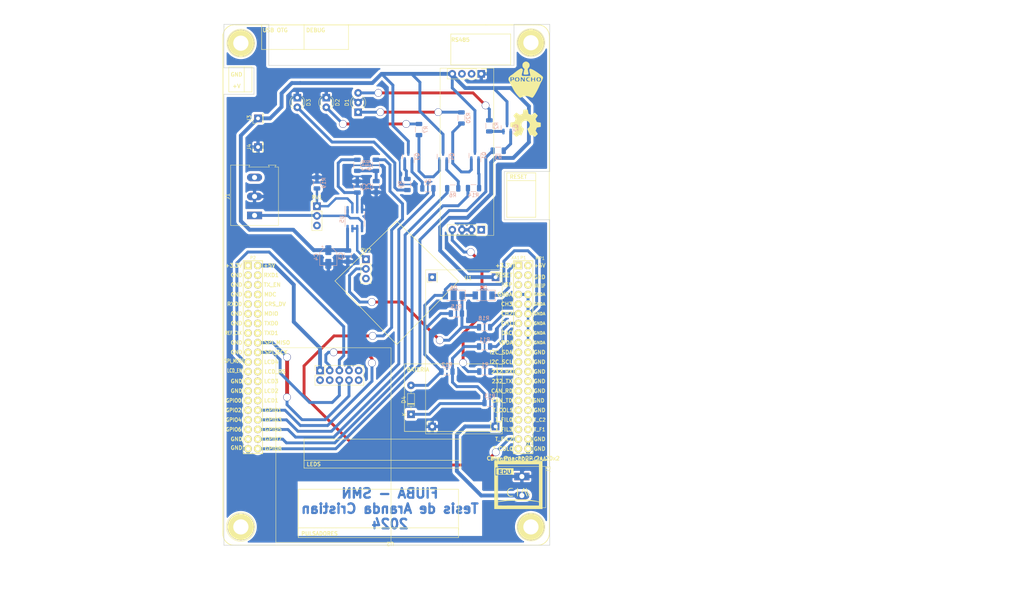
<source format=kicad_pcb>
(kicad_pcb (version 20211014) (generator pcbnew)
  (title_block (title "Poncho Grande - Modelo - Ejemplo - Template") (date "2015-10-06") (rev "1.0") (company "Proyecto CIAA - COMPUTADORA INDUSTRIAL ABIERTA ARGENTINA") (comment 1 "https://github.com/ciaa/Ponchos/tree/master/modelos/doc") (comment 2 "Autores y Licencia del template (Diego Brengi - UNLaM)") (comment 3 "Autor del poncho (COMPLETAR NOMBRE Y APELLIDO). Ver directorio \"doc\"") (comment 4 "CÓDIGO PONCHO: "))
  (layers (0 "F.Cu" signal) (31 "B.Cu" signal) (34 "B.Paste" user) (35 "F.Paste" user) (36 "B.SilkS" user "B.Silkscreen") (37 "F.SilkS" user "F.Silkscreen") (38 "B.Mask" user) (39 "F.Mask" user) (44 "Edge.Cuts" user))
  (net 0 "")
  (net 1 "GNDA")
  (net 2 "+5V")
  (net 3 "+3.3V")
  (net 4 "Net-(D1-Pad1)")
  (net 5 "Net-(D4-Pad1)")
  (net 6 "Net-(C2-Pad1)")
  (net 7 "Net-(D5-Pad2)")
  (net 8 "Net-(RV2-Pad1)")
  (net 9 "/Conector del Poncho/F2")
  (net 10 "/Anemometro IBC/232_RX")
  (net 11 "Net-(R1-Pad2)")
  (net 12 "/Conector del Poncho/ADC1")
  (net 13 "+12V")
  (net 22 "/Conector del Poncho/TXD")
  (net 23 "+5VP")
  (net 37 "/Conector del Poncho/MISO")
  (net 38 "/Conector del Poncho/spiSCK")
  (net 39 "/Conector del Poncho/MOSI")
  (net 46 "Net-(D1-Pad3)")
  (net 50 "/Conector del Poncho/ADC2")
  (net 51 "Net-(C1-Pad1)")
  (net 52 "GNDinVariador")
  (net 55 "ADCinVariador")
  (net 57 "Net-(R19-Pad1)")
  (net 67 "/Conector del Poncho/GPIO3")
  (net 68 "/Conector del Poncho/GPIO5")
  (net 69 "/Conector del Poncho/GPIO7")
  (net 70 "/Conector del Poncho/GPIO1")
  (net 95 "Net-(D2-Pad2)")
  (net 96 "Net-(D3-Pad2)")
  (net 97 "Net-(Q1-Pad1)")
  (net 98 "Net-(Q1-Pad2)")
  (net 99 "Net-(Q2-Pad1)")
  (net 100 "Net-(Q2-Pad2)")
  (net 101 "Net-(Q3-Pad1)")
  (net 102 "Net-(Q3-Pad2)")
  (net 103 "Net-(Q4-Pad1)")
  (net 104 "Net-(Q4-Pad2)")
  (net 105 "/Conector del Poncho/GPIO8")
  (footprint "Poncho_Esqueleto:Logo_OSHWA" (layer "F.Cu") (at 153.035 51.435)
    (fp_text reference "G101" hide)
    (fp_text value "Logo_OSHWA" hide)
  )
  (footprint "Poncho_Esqueleto:Logo_Poncho" (layer "F.Cu") (at 153.035 40.005)
    (fp_text reference "G***" hide)
    (fp_text value "LOGO" hide)
  )
  (footprint "Poncho_Esqueleto:Logo_EDU-CIAA" (layer "F.Cu") (at 151.13 146.685)
    (fp_text reference "G***" hide)
    (fp_text value "Logo_EDU-CIAA" hide)
  )
  (footprint "Poncho_Esqueleto:Plantilla_EDU-CIAA" (layer "F.Cu") (at 151.13 88.9)
    (fp_text reference "MP1")
    (fp_text value "Plantilla_EDU-CIAA")
  )
  (footprint "mod:poncho_grande" (layer "F.Cu") (at 151.13 88.9)
    (fp_text reference "XA1")
    (fp_text value "Conn_Poncho2P_2x_20x2")
  )
  (footprint "Diode_THT:D_DO-34_SOD68_P7.62mm_Horizontal" (layer "F.Cu") (at 122.88 128.08 90)
    (fp_text reference "D4")
    (fp_text value "D_Zener")
  )
  (footprint "LED_THT:LED_D3.0mm" (layer "F.Cu") (at 100.584 44.699 -90)
    (fp_text reference "D2")
    (fp_text value "LED")
  )
  (footprint "Modulos:W5100_module" (layer "F.Cu") (at 117.17 134.5 180)
    (fp_text reference "U2")
    (fp_text value "w5100_module")
  )
  (footprint "LED_THT:LED_D3.0mm-3" (layer "F.Cu") (at 108.966 48.524 90)
    (fp_text reference "D1")
    (fp_text value "LED_Dual_AKA")
  )
  (footprint "LED_THT:LED_D3.0mm" (layer "F.Cu") (at 92.964 44.699 -90)
    (fp_text reference "D3")
    (fp_text value "LED")
  )
  (footprint "Connector_PinHeader_2.54mm:PinHeader_1x01_P2.54mm_Vertical" (layer "F.Cu") (at 82.625 50.15 90)
    (fp_text reference "J3")
    (fp_text value "Vcc 5V SD")
  )
  (footprint "TerminalBlock:TerminalBlock_Altech_AK300-3_P5.00mm" (layer "F.Cu") (at 81.71 75.71 90)
    (fp_text reference "J1")
    (fp_text value "Screw_Terminal_01x03")
  )
  (footprint "Modulos:LM2596_StepDown" (layer "F.Cu") (at 154.01 136.06)
    (fp_text reference "U3")
    (fp_text value "LM2596S-HW-319-v6_module")
  )
  (footprint "Connector_PinHeader_2.54mm:PinHeader_1x01_P2.54mm_Vertical" (layer "F.Cu") (at 82.625 57.7 90)
    (fp_text reference "J4")
    (fp_text value "GND SD")
  )
  (footprint "Connector_PinHeader_2.54mm:PinHeader_1x03_P2.54mm_Vertical" (layer "F.Cu") (at 111.02 87.245)
    (fp_text reference "RV2")
    (fp_text value "R_Atenuator_Trim")
  )
  (footprint "Modulos:Rs485toTTL" (layer "F.Cu") (at 137.44 58.3)
    (fp_text reference "U1")
    (fp_text value "MAX485E")
  )
  (footprint "TerminalBlock:TerminalBlock_Altech_AK300-2_P5.00mm" (layer "F.Cu") (at 152.05 144.465 -90)
    (fp_text reference "J2")
    (fp_text value "Screw_Terminal_01x02")
  )
  (footprint "Connector_PinHeader_2.54mm:PinHeader_1x03_P2.54mm_Vertical" (layer "F.Cu") (at 98.13 73.28)
    (fp_text reference "RV1")
    (fp_text value "R_Filter_Trim 10K")
  )
  (footprint "Resistor_SMD:R_1206_3216Metric" (layer "B.Cu") (at 108.76 62.51 90)
    (fp_text reference "R17")
    (fp_text value "10k")
  )
  (footprint "Resistor_SMD:R_1206_3216Metric" (layer "B.Cu") (at 134.82 101.54 180)
    (fp_text reference "R15")
    (fp_text value "33k")
  )
  (footprint "Resistor_SMD:R_1206_3216Metric" (layer "B.Cu") (at 136.144 50.038 90)
    (fp_text reference "R20")
    (fp_text value "39")
  )
  (footprint "Resistor_SMD:R_1206_3216Metric" (layer "B.Cu") (at 133.858 68.58)
    (fp_text reference "R6")
    (fp_text value "1k")
  )
  (footprint "Diode_SMD:D_SOD-128" (layer "B.Cu") (at 141.986 96.774 180)
    (fp_text reference "D5")
    (fp_text value "D_Schottky")
  )
  (footprint "Resistor_SMD:R_1206_3216Metric" (layer "B.Cu") (at 121.92 67.564 -90)
    (fp_text reference "R5")
    (fp_text value "39")
  )
  (footprint "Resistor_SMD:R_1206_3216Metric" (layer "B.Cu") (at 124.968 53.086 90)
    (fp_text reference "R7")
    (fp_text value "39")
  )
  (footprint "Package_TO_SOT_SMD:SOT-23" (layer "B.Cu") (at 148.15 52.675 90)
    (fp_text reference "Q2")
    (fp_text value "Q_NPN_BEC")
  )
  (footprint "Resistor_SMD:R_1206_3216Metric" (layer "B.Cu") (at 127.3155 68.58 180)
    (fp_text reference "R4")
    (fp_text value "1k")
  )
  (footprint "Diode_SMD:D_SOD-128" (layer "B.Cu") (at 134.112 96.774 180)
    (fp_text reference "D6")
    (fp_text value "D_Schottky")
  )
  (footprint "Resistor_SMD:R_1206_3216Metric" (layer "B.Cu") (at 132.334 116.84 180)
    (fp_text reference "R12")
    (fp_text value "3k9")
  )
  (footprint "Resistor_SMD:R_1206_3216Metric" (layer "B.Cu") (at 142.24 105.156)
    (fp_text reference "R18")
    (fp_text value "1k")
  )
  (footprint "Package_TO_SOT_SMD:SOT-23" (layer "B.Cu") (at 139.7 59.944 90)
    (fp_text reference "Q1")
    (fp_text value "Q_NPN_BEC")
  )
  (footprint "Resistor_SMD:R_1206_3216Metric" (layer "B.Cu") (at 113.64 62.51 -90)
    (fp_text reference "R16")
    (fp_text value "10k")
  )
  (footprint "Resistor_SMD:R_1206_3216Metric" (layer "B.Cu") (at 139.325 68.525)
    (fp_text reference "R14")
    (fp_text value "1k")
  )
  (footprint "Capacitor_SMD:CP_Elec_4x5.3" (layer "B.Cu") (at 101.125 86.65 -90)
    (fp_text reference "C4")
    (fp_text value "C_Polarized 1uF")
  )
  (footprint "Package_SO:SOIC-8_3.9x4.9mm_P1.27mm" (layer "B.Cu") (at 108.09 76.69 -90)
    (fp_text reference "U5")
    (fp_text value "LM358")
  )
  (footprint "Resistor_SMD:R_1206_3216Metric" (layer "B.Cu") (at 142.24 110.236 180)
    (fp_text reference "R11")
    (fp_text value "1k")
  )
  (footprint "Package_TO_SOT_SMD:SOT-23" (layer "B.Cu") (at 122.174 60.198 90)
    (fp_text reference "Q3")
    (fp_text value "Q_NPN_BEC")
  )
  (footprint "Capacitor_SMD:C_1206_3216Metric" (layer "B.Cu") (at 113.71 68.16 -90)
    (fp_text reference "C1")
    (fp_text value "100nF")
  )
  (footprint "Package_TO_SOT_SMD:SOT-23" (layer "B.Cu") (at 131.318 60.198 90)
    (fp_text reference "Q4")
    (fp_text value "Q_NPN_BEC")
  )
  (footprint "Resistor_SMD:R_1206_3216Metric" (layer "B.Cu") (at 143.68 125.1 180)
    (fp_text reference "R13")
    (fp_text value "10k")
  )
  (footprint "Resistor_SMD:R_1206_3216Metric" (layer "B.Cu") (at 143.5 52.125 90)
    (fp_text reference "R2")
    (fp_text value "39")
  )
  (footprint "Resistor_SMD:R_1206_3216Metric" (layer "B.Cu") (at 98.13 67.14 90)
    (fp_text reference "R19")
    (fp_text value "33k")
  )
  (footprint "Resistor_SMD:R_1206_3216Metric" (layer "B.Cu") (at 145.825 58.675)
    (fp_text reference "R3")
    (fp_text value "1k")
  )
  (footprint "Resistor_SMD:R_1206_3216Metric" (layer "B.Cu") (at 142.32 116.82 180)
    (fp_text reference "R1")
    (fp_text value "1K")
  )
  (footprint "Capacitor_SMD:C_1206_3216Metric" (layer "B.Cu") (at 108.75 68.21 90)
    (fp_text reference "C2")
    (fp_text value "100nF")
  )
  (footprint "Capacitor_SMD:C_1206_3216Metric" (layer "B.Cu") (at 106.25 86.425 -90)
    (fp_text reference "C3")
    (fp_text value "10nF")
  )
  (gr_line (start 81.56 43.815) (end 73.66 43.815) (layer "Edge.Cuts") (width 0.15))
  (gr_line (start 73.66 26.035) (end 73.66 36.83) (layer "Edge.Cuts") (width 0.15))
  (gr_line (start 159.385 25.4) (end 149.98 25.4) (layer "Edge.Cuts") (width 0.15))
  (gr_line (start 159.385 64.135) (end 159.385 25.4) (layer "Edge.Cuts") (width 0.15))
  (gr_line (start 147.44 64.135) (end 159.385 64.135) (layer "Edge.Cuts") (width 0.15))
  (gr_line (start 73.66 36.83) (end 76.2 36.83) (layer "Edge.Cuts") (width 0.15))
  (gr_line (start 85.46 36.21) (end 85.46 25.4) (layer "Edge.Cuts") (width 0.15))
  (gr_line (start 159.385 162.56) (end 159.385 76.835) (layer "Edge.Cuts") (width 0.15))
  (gr_line (start 159.385 76.835) (end 147.45 76.84) (layer "Edge.Cuts") (width 0.15))
  (gr_line (start 73.66 25.4) (end 73.66 26.035) (layer "Edge.Cuts") (width 0.15))
  (gr_line (start 81.55 36.83) (end 81.56 43.815) (layer "Edge.Cuts") (width 0.15))
  (gr_line (start 93.345 162.56) (end 136.525 162.56) (layer "Edge.Cuts") (width 0.15))
  (gr_line (start 149.97 36.195) (end 85.46 36.21) (layer "Edge.Cuts") (width 0.15))
  (gr_line (start 136.525 162.56) (end 159.385 162.56) (layer "Edge.Cuts") (width 0.15))
  (gr_line (start 73.66 43.815) (end 73.66 162.56) (layer "Edge.Cuts") (width 0.15))
  (gr_line (start 85.46 25.4) (end 73.66 25.4) (layer "Edge.Cuts") (width 0.15))
  (gr_line (start 73.66 162.56) (end 93.345 162.56) (layer "Edge.Cuts") (width 0.15))
  (gr_line (start 149.98 25.4) (end 149.97 36.195) (layer "Edge.Cuts") (width 0.15))
  (gr_line (start 76.2 36.83) (end 81.55 36.83) (layer "Edge.Cuts") (width 0.15))
  (gr_line (start 147.45 76.84) (end 147.44 64.135) (layer "Edge.Cuts") (width 0.15))
  (gr_text "FIUBA - SMN\nTesis de Aranda Cristian\n2024\n" (at 117.32 152.93) (layer "B.Cu") (effects (font (size 2.5 2.5) (thickness 0.6)) (justify mirror)))
  (segment (start 153.67 106.68) (end 153.67 109.22) (width 0.635) (layer "B.Cu") (net 1))
  (segment (start 130.69 101.54) (end 133.3575 101.54) (width 0.762) (layer "B.Cu") (net 1))
  (segment (start 155.94 87.31) (end 153.65 85.02) (width 0.762) (layer "B.Cu") (net 1))
  (segment (start 146.6215 93.874) (end 133.256 93.874) (width 0.762) (layer "B.Cu") (net 1))
  (segment (start 147.32 87.77) (end 147.32 93.1755) (width 0.762) (layer "B.Cu") (net 1))
  (segment (start 129.126 96.774) (end 126.492 99.408) (width 0.762) (layer "B.Cu") (net 1))
  (segment (start 130.8715 116.84) (end 130.8715 116.7115) (width 1.27) (layer "B.Cu") (net 1))
  (segment (start 130.8715 116.7115) (end 126.492 112.332) (width 0.762) (layer "B.Cu") (net 1))
  (segment (start 150.07 85.02) (end 147.32 87.77) (width 0.762) (layer "B.Cu") (net 1))
  (segment (start 131.912 95.218) (end 133.256 93.874) (width 0.762) (layer "B.Cu") (net 1))
  (segment (start 153.93 101.6) (end 155.94 99.59) (width 0.762) (layer "B.Cu") (net 1))
  (segment (start 155.94 99.59) (end 155.94 87.31) (width 0.762) (layer "B.Cu") (net 1))
  (segment (start 153.67 104.14) (end 153.67 106.68) (width 0.635) (layer "B.Cu") (net 1))
  (segment (start 153.67 101.6) (end 153.93 101.6) (width 0.635) (layer "B.Cu") (net 1))
  (segment (start 126.492 99.408) (end 126.492 105.738) (width 0.762) (layer "B.Cu") (net 1))
  (segment (start 153.67 101.6) (end 153.67 104.14) (width 0.635) (layer "B.Cu") (net 1))
  (segment (start 153.67 101.6) (end 153.67 99.06) (width 0.762) (layer "B.Cu") (net 1))
  (segment (start 126.492 112.332) (end 126.492 105.738) (width 0.762) (layer "B.Cu") (net 1))
  (segment (start 153.65 85.02) (end 150.07 85.02) (width 0.762) (layer "B.Cu") (net 1))
  (segment (start 126.492 105.738) (end 130.69 101.54) (width 0.762) (layer "B.Cu") (net 1))
  (segment (start 131.912 96.774) (end 129.126 96.774) (width 0.762) (layer "B.Cu") (net 1))
  (segment (start 153.67 99.06) (end 153.67 96.52) (width 0.762) (layer "B.Cu") (net 1))
  (segment (start 131.912 96.774) (end 131.912 95.218) (width 0.762) (layer "B.Cu") (net 1))
  (segment (start 153.67 96.52) (end 151.13 96.52) (width 0.762) (layer "B.Cu") (net 1))
  (segment (start 122.88 120.46) (end 127.2515 120.46) (width 0.762) (layer "B.Cu") (net 1))
  (segment (start 127.2515 120.46) (end 130.8715 116.84) (width 0.762) (layer "B.Cu") (net 1))
  (segment (start 147.32 93.1755) (end 146.6215 93.874) (width 0.762) (layer "B.Cu") (net 1))
  (segment (start 86.97 88.9) (end 92.03 93.96) (width 1.016) (layer "B.Cu") (net 2))
  (segment (start 82.55 88.9) (end 86.97 88.9) (width 1.016) (layer "B.Cu") (net 2))
  (segment (start 92.03 93.96) (end 92.03 103.75) (width 1.016) (layer "B.Cu") (net 2))
  (segment (start 92.03 103.75) (end 98.945 110.665) (width 1.016) (layer "B.Cu") (net 2))
  (segment (start 98.945 110.665) (end 98.945 116.55) (width 1.016) (layer "B.Cu") (net 2))
  (segment (start 148.59 90.17) (end 148.59 94.742) (width 0.762) (layer "B.Cu") (net 3))
  (segment (start 151.13 88.9) (end 149.86 88.9) (width 0.762) (layer "B.Cu") (net 3))
  (segment (start 146.558 96.774) (end 148.59 94.742) (width 0.762) (layer "B.Cu") (net 3))
  (segment (start 149.86 88.9) (end 148.59 90.17) (width 0.762) (layer "B.Cu") (net 3))
  (segment (start 144.186 96.774) (end 146.558 96.774) (width 0.762) (layer "B.Cu") (net 3))
  (segment (start 114.808 48.514) (end 130.048 48.514) (width 0.762) (layer "F.Cu") (net 4))
  (via (at 114.808 48.514) (size 2) (drill 1.8) (layers "F.Cu" "B.Cu") (net 4))
  (via (at 130.048 48.514) (size 2) (drill 1.8) (layers "F.Cu" "B.Cu") (net 4))
  (segment (start 136.0825 48.514) (end 136.144 48.5755) (width 0.762) (layer "B.Cu") (net 4))
  (segment (start 108.966 48.524) (end 114.798 48.524) (width 0.762) (layer "B.Cu") (net 4))
  (segment (start 114.798 48.524) (end 114.808 48.514) (width 0.762) (layer "B.Cu") (net 4))
  (segment (start 130.048 48.514) (end 136.0825 48.514) (width 0.762) (layer "B.Cu") (net 4))
  (segment (start 136.906 110.236) (end 140.7775 110.236) (width 0.762) (layer "B.Cu") (net 5))
  (segment (start 122.88 128.08) (end 127.7 128.08) (width 0.762) (layer "B.Cu") (net 5))
  (segment (start 133.7965 113.3455) (end 133.7965 116.84) (width 0.762) (layer "B.Cu") (net 5))
  (segment (start 134.94 120.79) (end 133.7965 119.6465) (width 0.762) (layer "B.Cu") (net 5))
  (segment (start 142.2175 122.6575) (end 140.35 120.79) (width 0.762) (layer "B.Cu") (net 5))
  (segment (start 140.35 120.79) (end 134.94 120.79) (width 0.762) (layer "B.Cu") (net 5))
  (segment (start 130.53 125.25) (end 142.0675 125.25) (width 0.762) (layer "B.Cu") (net 5))
  (segment (start 142.0675 125.25) (end 142.2175 125.1) (width 0.762) (layer "B.Cu") (net 5))
  (segment (start 127.7 128.08) (end 130.53 125.25) (width 0.762) (layer "B.Cu") (net 5))
  (segment (start 142.2175 125.1) (end 142.2175 122.6575) (width 0.762) (layer "B.Cu") (net 5))
  (segment (start 133.7965 119.6465) (end 133.7965 116.84) (width 0.762) (layer "B.Cu") (net 5))
  (segment (start 133.7965 113.3455) (end 136.906 110.236) (width 0.762) (layer "B.Cu") (net 5))
  (segment (start 108.725 69.71) (end 108.75 69.685) (width 0.508) (layer "B.Cu") (net 6))
  (segment (start 103.73 68.08) (end 103.73 61.91) (width 0.762) (layer "B.Cu") (net 6))
  (segment (start 104.5925 61.0475) (end 108.79 61.0475) (width 0.762) (layer "B.Cu") (net 6))
  (segment (start 108.75 69.685) (end 105.335 69.685) (width 0.762) (layer "B.Cu") (net 6))
  (segment (start 108.725 74.215) (end 108.725 69.71) (width 0.635) (layer "B.Cu") (net 6))
  (segment (start 105.335 69.685) (end 103.73 68.08) (width 0.762) (layer "B.Cu") (net 6))
  (segment (start 103.73 61.91) (end 104.5925 61.0475) (width 0.762) (layer "B.Cu") (net 6))
  (segment (start 120.4 98.52) (end 112.575 98.52) (width 0.762) (layer "F.Cu") (net 7))
  (segment (start 130.45 108.57) (end 120.4 98.52) (width 0.762) (layer "F.Cu") (net 7))
  (via (at 112.575 98.52) (size 2) (drill 1.8) (layers "F.Cu" "B.Cu") (net 7))
  (via (at 130.45 108.57) (size 2) (drill 1.8) (layers "F.Cu" "B.Cu") (net 7))
  (segment (start 134.83 106.64) (end 132.9 108.57) (width 0.762) (layer "B.Cu") (net 7))
  (segment (start 135.87 105.6) (end 134.83 106.64) (width 0.762) (layer "B.Cu") (net 7))
  (segment (start 132.9 108.57) (end 131.06 108.57) (width 0.762) (layer "B.Cu") (net 7))
  (segment (start 131.06 108.57) (end 130.45 108.57) (width 0.635) (layer "B.Cu") (net 7))
  (segment (start 136.2825 96.8035) (end 136.312 96.774) (width 0.762) (layer "B.Cu") (net 7))
  (segment (start 111.02 89.785) (end 108.465 89.785) (width 0.762) (layer "B.Cu") (net 7))
  (segment (start 106.71 91.54) (end 106.71 95.84) (width 0.762) (layer "B.Cu") (net 7))
  (segment (start 136.2825 105.1875) (end 135.87 105.6) (width 0.762) (layer "B.Cu") (net 7))
  (segment (start 108.465 89.785) (end 106.71 91.54) (width 0.762) (layer "B.Cu") (net 7))
  (segment (start 112.575 98.52) (end 109.39 98.52) (width 0.762) (layer "B.Cu") (net 7))
  (segment (start 140.7775 105.156) (end 136.314 105.156) (width 0.762) (layer "B.Cu") (net 7))
  (segment (start 106.71 95.84) (end 109.39 98.52) (width 0.762) (layer "B.Cu") (net 7))
  (segment (start 136.312 96.774) (end 139.786 96.774) (width 0.762) (layer "B.Cu") (net 7))
  (segment (start 136.2825 101.54) (end 136.2825 96.8035) (width 0.762) (layer "B.Cu") (net 7))
  (segment (start 136.2825 101.54) (end 136.2825 105.1875) (width 0.762) (layer "B.Cu") (net 7))
  (segment (start 136.314 105.156) (end 135.87 105.6) (width 0.762) (layer "B.Cu") (net 7))
  (segment (start 108.725 84.95) (end 108.725 79.165) (width 0.635) (layer "B.Cu") (net 8))
  (segment (start 107.455 79.165) (end 108.725 79.165) (width 0.635) (layer "B.Cu") (net 8))
  (segment (start 108.725 84.95) (end 111.02 87.245) (width 0.635) (layer "B.Cu") (net 8))
  (segment (start 112.982 141.43) (end 141.81 141.43) (width 0.762) (layer "F.Cu") (net 9))
  (segment (start 94.742 123.19) (end 112.982 141.43) (width 0.762) (layer "F.Cu") (net 9))
  (segment (start 112.776 107.442) (end 102.616 107.442) (width 0.762) (layer "F.Cu") (net 9))
  (segment (start 141.81 141.43) (end 145.18 138.06) (width 0.762) (layer "F.Cu") (net 9))
  (segment (start 94.742 115.316) (end 94.742 123.19) (width 0.762) (layer "F.Cu") (net 9))
  (segment (start 145.18 138.06) (end 145.19 138.07) (width 0.635) (layer "F.Cu") (net 9))
  (segment (start 102.616 107.442) (end 94.742 115.316) (width 0.762) (layer "F.Cu") (net 9))
  (via (at 112.776 107.442) (size 2) (drill 1.8) (layers "F.Cu" "B.Cu") (net 9))
  (via (at 145.19 138.07) (size 2) (drill 1.8) (layers "F.Cu" "B.Cu") (net 9))
  (segment (start 113.64 61.0475) (end 115.9975 61.0475) (width 0.762) (layer "B.Cu") (net 9))
  (segment (start 117.79 79.557948) (end 117.79 105.23) (width 0.762) (layer "B.Cu") (net 9))
  (segment (start 120.65 76.697948) (end 117.79 79.557948) (width 0.762) (layer "B.Cu") (net 9))
  (segment (start 115.578 107.442) (end 112.776 107.442) (width 0.762) (layer "B.Cu") (net 9))
  (segment (start 115.9975 61.0475) (end 117.348 62.398) (width 0.762) (layer "B.Cu") (net 9))
  (segment (start 117.348 69.311949) (end 120.65 72.613949) (width 0.762) (layer "B.Cu") (net 9))
  (segment (start 151.13 134.62) (end 148.64 134.62) (width 0.762) (layer "B.Cu") (net 9))
  (segment (start 120.65 72.613949) (end 120.65 76.697948) (width 0.762) (layer "B.Cu") (net 9))
  (segment (start 148.64 134.62) (end 145.19 138.07) (width 0.762) (layer "B.Cu") (net 9))
  (segment (start 117.348 62.398) (end 117.348 69.311949) (width 0.762) (layer "B.Cu") (net 9))
  (segment (start 117.79 105.23) (end 115.578 107.442) (width 0.762) (layer "B.Cu") (net 9))
  (segment (start 151.11 116.82) (end 151.13 116.84) (width 0.762) (layer "B.Cu") (net 10))
  (segment (start 143.7825 116.82) (end 151.11 116.82) (width 0.762) (layer "B.Cu") (net 10))
  (segment (start 138.59 85.36) (end 141.55 88.32) (width 0.762) (layer "F.Cu") (net 11))
  (segment (start 141.55 101.86) (end 136.59 106.82) (width 0.762) (layer "F.Cu") (net 11))
  (segment (start 141.55 88.32) (end 141.55 101.86) (width 0.762) (layer "F.Cu") (net 11))
  (segment (start 136.59 106.82) (end 136.59 114.52) (width 0.762) (layer "F.Cu") (net 11))
  (via (at 136.59 114.52) (size 2) (drill 1.8) (layers "F.Cu" "B.Cu") (net 11))
  (via (at 138.59 85.36) (size 2) (drill 1.8) (layers "F.Cu" "B.Cu") (net 11))
  (segment (start 133.73 79.465) (end 133.73 82.27) (width 0.762) (layer "B.Cu") (net 11))
  (segment (start 140.8575 116.82) (end 137.88 116.82) (width 0.762) (layer "B.Cu") (net 11))
  (segment (start 133.73 82.27) (end 136.81 85.35) (width 0.762) (layer "B.Cu") (net 11))
  (segment (start 137.88 116.82) (end 136.59 115.53) (width 0.762) (layer "B.Cu") (net 11))
  (segment (start 136.81 85.35) (end 138.58 85.35) (width 0.762) (layer "B.Cu") (net 11))
  (segment (start 136.59 115.53) (end 136.59 114.52) (width 0.762) (layer "B.Cu") (net 11))
  (segment (start 138.58 85.35) (end 138.59 85.36) (width 0.762) (layer "B.Cu") (net 11))
  (segment (start 147.05 108.5) (end 147.05 105.79) (width 0.762) (layer "B.Cu") (net 12))
  (segment (start 148.7 104.14) (end 151.13 104.14) (width 0.762) (layer "B.Cu") (net 12))
  (segment (start 143.7025 110.236) (end 145.314 110.236) (width 0.762) (layer "B.Cu") (net 12))
  (segment (start 147.05 105.79) (end 148.7 104.14) (width 0.762) (layer "B.Cu") (net 12))
  (segment (start 145.314 110.236) (end 147.05 108.5) (width 0.762) (layer "B.Cu") (net 12))
  (segment (start 134.94 133.44) (end 134.94 143.06) (width 1.016) (layer "B.Cu") (net 13))
  (segment (start 145.135 131.285) (end 145.135 125.1075) (width 1.016) (layer "B.Cu") (net 13))
  (segment (start 152.05 149.465) (end 141.345 149.465) (width 1.016) (layer "B.Cu") (net 13))
  (segment (start 137.105 131.275) (end 134.94 133.44) (width 1.016) (layer "B.Cu") (net 13))
  (segment (start 134.94 143.06) (end 138.52 146.64) (width 1.016) (layer "B.Cu") (net 13))
  (segment (start 145.135 125.1075) (end 145.1425 125.1) (width 0.381) (layer "B.Cu") (net 13))
  (segment (start 145.135 131.285) (end 137.115 131.285) (width 1.016) (layer "B.Cu") (net 13))
  (segment (start 137.115 131.285) (end 137.105 131.275) (width 1.016) (layer "B.Cu") (net 13))
  (segment (start 141.345 149.465) (end 138.52 146.64) (width 1.016) (layer "B.Cu") (net 13))
  (segment (start 145.1155 91.948) (end 137.538 91.948) (width 1.016) (layer "B.Cu") (net 23))
  (segment (start 88.825 47.125) (end 88.825 43.55) (width 1.016) (layer "B.Cu") (net 23))
  (segment (start 82.625 50.15) (end 78.1 54.675) (width 1.016) (layer "B.Cu") (net 23))
  (segment (start 148.15 51.7375) (end 148.15 45.753) (width 0.762) (layer "B.Cu") (net 23))
  (segment (start 137.538 91.948) (end 130.556 84.966) (width 1.016) (layer "B.Cu") (net 23))
  (segment (start 125.222 40.64) (end 123.373 38.791) (width 0.762) (layer "B.Cu") (net 23))
  (segment (start 144.561 42.164) (end 138.176 42.164) (width 1.016) (layer "B.Cu") (net 23))
  (segment (start 125.222 48.26) (end 125.222 40.64) (width 0.762) (layer "B.Cu") (net 23))
  (segment (start 149.775 60.575) (end 153.9 56.45) (width 1.016) (layer "B.Cu") (net 23))
  (segment (start 133.74 42.14) (end 133.74 38.425) (width 0.762) (layer "B.Cu") (net 23))
  (segment (start 137.16 42.164) (end 138.176 42.164) (width 1.016) (layer "B.Cu") (net 23))
  (segment (start 78.1 77.175) (end 80.4 79.475) (width 1.016) (layer "B.Cu") (net 23))
  (segment (start 82.625 50.15) (end 85.8 50.15) (width 1.016) (layer "B.Cu") (net 23))
  (segment (start 122.174 56.134) (end 118.11 52.07) (width 0.762) (layer "B.Cu") (net 23))
  (segment (start 149.114 42.164) (end 144.561 42.164) (width 1.016) (layer "B.Cu") (net 23))
  (segment (start 91.9 79.475) (end 97.275 84.85) (width 1.016) (layer "B.Cu") (net 23))
  (segment (start 118.11 41.402) (end 115.133 38.425) (width 0.762) (layer "B.Cu") (net 23))
  (segment (start 133.74 38.425) (end 133.74 38.744) (width 1.016) (layer "B.Cu") (net 23))
  (segment (start 115.133 38.425) (end 112.708 40.85) (width 1.016) (layer "B.Cu") (net 23))
  (segment (start 106.185 84.885) (end 106.25 84.95) (width 0.381) (layer "B.Cu") (net 23))
  (segment (start 88.825 43.55) (end 91.525 40.85) (width 1.016) (layer "B.Cu") (net 23))
  (segment (start 106.15 84.85) (end 106.25 84.95) (width 1.016) (layer "B.Cu") (net 23))
  (segment (start 132.980026 76.338026) (end 137.66263 76.338026) (width 1.016) (layer "B.Cu") (net 23))
  (segment (start 97.275 84.85) (end 101.125 84.85) (width 1.016) (layer "B.Cu") (net 23))
  (segment (start 153.9 56.45) (end 153.9 46.95) (width 1.016) (layer "B.Cu") (net 23))
  (segment (start 131.318 54.356) (end 125.222 48.26) (width 0.762) (layer "B.Cu") (net 23))
  (segment (start 145.122 60.575) (end 149.775 60.575) (width 1.016) (layer "B.Cu") (net 23))
  (segment (start 78.1 54.675) (end 78.1 77.175) (width 1.016) (layer "B.Cu") (net 23))
  (segment (start 133.74 38.744) (end 137.16 42.164) (width 1.016) (layer "B.Cu") (net 23))
  (segment (start 153.9 46.95) (end 149.114 42.164) (width 1.016) (layer "B.Cu") (net 23))
  (segment (start 130.556 78.762052) (end 132.980026 76.338026) (width 1.016) (layer "B.Cu") (net 23))
  (segment (start 106.185 79.165) (end 106.185 84.885) (width 0.762) (layer "B.Cu") (net 23))
  (segment (start 133.74 38.425) (end 123.373 38.425) (width 1.016) (layer "B.Cu") (net 23))
  (segment (start 122.174 59.2605) (end 122.174 56.134) (width 0.762) (layer "B.Cu") (net 23))
  (segment (start 143.972 70.028656) (end 143.972 61.725) (width 1.016) (layer "B.Cu") (net 23))
  (segment (start 139.7 48.1) (end 133.74 42.14) (width 0.762) (layer "B.Cu") (net 23))
  (segment (start 148.15 45.753) (end 144.561 42.164) (width 0.762) (layer "B.Cu") (net 23))
  (segment (start 118.11 52.07) (end 118.11 41.402) (width 0.762) (layer "B.Cu") (net 23))
  (segment (start 85.8 50.15) (end 88.825 47.125) (width 1.016) (layer "B.Cu") (net 23))
  (segment (start 137.66263 76.338026) (end 143.972 70.028656) (width 1.016) (layer "B.Cu") (net 23))
  (segment (start 139.7 59.0065) (end 139.7 48.1) (width 0.762) (layer "B.Cu") (net 23))
  (segment (start 80.4 79.475) (end 91.9 79.475) (width 1.016) (layer "B.Cu") (net 23))
  (segment (start 112.708 40.85) (end 93.725 40.85) (width 1.016) (layer "B.Cu") (net 23))
  (segment (start 145.1425 91.975) (end 145.1155 91.948) (width 1.016) (layer "B.Cu") (net 23))
  (segment (start 101.125 84.85) (end 106.15 84.85) (width 1.016) (layer "B.Cu") (net 23))
  (segment (start 130.556 84.966) (end 130.556 78.762052) (width 1.016) (layer "B.Cu") (net 23))
  (segment (start 143.972 61.725) (end 145.122 60.575) (width 1.016) (layer "B.Cu") (net 23))
  (segment (start 91.525 40.85) (end 93.725 40.85) (width 1.016) (layer "B.Cu") (net 23))
  (segment (start 123.373 38.425) (end 115.133 38.425) (width 1.016) (layer "B.Cu") (net 23))
  (segment (start 131.318 59.2605) (end 131.318 54.356) (width 0.762) (layer "B.Cu") (net 23))
  (segment (start 90.28 113.05) (end 90.28 123.58) (width 1.016) (layer "F.Cu") (net 37))
  (segment (start 90.28 123.58) (end 90.26 123.6) (width 1.016) (layer "F.Cu") (net 37))
  (via (at 90.28 113.05) (size 2) (drill 1.8) (layers "F.Cu" "B.Cu") (net 37))
  (via (at 90.26 123.6) (size 2) (drill 1.8) (layers "F.Cu" "B.Cu") (net 37))
  (segment (start 106.565 119.09) (end 106.565 123.255) (width 0.762) (layer "B.Cu") (net 37))
  (segment (start 90.28 113.02) (end 90.28 113.05) (width 1.016) (layer "B.Cu") (net 37))
  (segment (start 90.26 123.6) (end 90.26 125.563554) (width 0.762) (layer "B.Cu") (net 37))
  (segment (start 82.55 109.22) (end 86.48 109.22) (width 0.762) (layer "B.Cu") (net 37))
  (segment (start 106.565 123.255) (end 100.31 129.51) (width 0.762) (layer "B.Cu") (net 37))
  (segment (start 90.26 125.563554) (end 94.206446 129.51) (width 0.762) (layer "B.Cu") (net 37))
  (segment (start 100.31 129.51) (end 94.39 129.51) (width 0.762) (layer "B.Cu") (net 37))
  (segment (start 86.48 109.22) (end 90.28 113.02) (width 0.762) (layer "B.Cu") (net 37))
  (segment (start 94.206446 129.51) (end 94.39 129.51) (width 0.508) (layer "B.Cu") (net 37))
  (segment (start 88.44 117.2) (end 88.44 113.69) (width 0.762) (layer "B.Cu") (net 38))
  (segment (start 96.21 124.97) (end 88.44 117.2) (width 0.762) (layer "B.Cu") (net 38))
  (segment (start 104.025 119.09) (end 104.025 123.105) (width 0.762) (layer "B.Cu") (net 38))
  (segment (start 104.025 123.105) (end 102.16 124.97) (width 0.762) (layer "B.Cu") (net 38))
  (segment (start 102.16 124.97) (end 96.21 124.97) (width 0.762) (layer "B.Cu") (net 38))
  (segment (start 82.55 111.76) (end 86.51 111.76) (width 0.762) (layer "B.Cu") (net 38))
  (segment (start 88.44 113.69) (end 86.51 111.76) (width 0.762) (layer "B.Cu") (net 38))
  (segment (start 104.025 113.813) (end 105.168 112.67) (width 0.762) (layer "B.Cu") (net 39))
  (segment (start 105.168 112.67) (end 105.168 104.968) (width 0.762) (layer "B.Cu") (net 39))
  (segment (start 105.168 104.968) (end 85.55 85.35) (width 0.762) (layer "B.Cu") (net 39))
  (segment (start 85.55 85.35) (end 79.925 85.35) (width 0.762) (layer "B.Cu") (net 39))
  (segment (start 104.025 116.55) (end 104.025 113.813) (width 0.762) (layer "B.Cu") (net 39))
  (segment (start 77.06 112.15) (end 79.21 114.3) (width 0.762) (layer "B.Cu") (net 39))
  (segment (start 79.21 114.3) (end 80.01 114.3) (width 0.762) (layer "B.Cu") (net 39))
  (segment (start 77.06 88.215) (end 77.06 112.15) (width 0.762) (layer "B.Cu") (net 39))
  (segment (start 79.925 85.35) (end 77.06 88.215) (width 0.762) (layer "B.Cu") (net 39))
  (segment (start 142.494 46.736) (end 139.202 43.444) (width 0.762) (layer "F.Cu") (net 46))
  (segment (start 139.202 43.444) (end 114.29 43.444) (width 0.762) (layer "F.Cu") (net 46))
  (via (at 142.494 46.736) (size 2) (drill 1.8) (layers "F.Cu" "B.Cu") (net 46))
  (via (at 114.29 43.444) (size 2) (drill 1.8) (layers "F.Cu" "B.Cu") (net 46))
  (segment (start 143.5 50.6625) (end 143.5 47.742) (width 0.762) (layer "B.Cu") (net 46))
  (segment (start 108.966 43.444) (end 114.29 43.444) (width 0.762) (layer "B.Cu") (net 46))
  (segment (start 143.5 47.742) (end 142.494 46.736) (width 0.762) (layer "B.Cu") (net 46))
  (segment (start 151.13 101.6) (end 147.2585 101.6) (width 0.762) (layer "B.Cu") (net 50))
  (segment (start 147.2585 101.6) (end 143.7025 105.156) (width 0.762) (layer "B.Cu") (net 50))
  (segment (start 108.79 63.9725) (end 113.64 63.9725) (width 0.762) (layer "B.Cu") (net 51))
  (segment (start 113.71 66.685) (end 113.71 64.0425) (width 0.762) (layer "B.Cu") (net 51))
  (segment (start 113.71 64.0425) (end 113.64 63.9725) (width 1.016) (layer "B.Cu") (net 51))
  (segment (start 103.25 93.2) (end 103.25 97.07) (width 0.762) (layer "B.Cu") (net 52))
  (segment (start 125.435 131.275) (end 113.08 143.63) (width 0.762) (layer "B.Cu") (net 52))
  (segment (start 81.71 70.71) (end 88.8 70.71) (width 0.762) (layer "B.Cu") (net 52))
  (segment (start 153.67 141.4) (end 153.06 142.01) (width 1.016) (layer "B.Cu") (net 52))
  (segment (start 111.075 66.735) (end 111.865 67.525) (width 0.635) (layer "B.Cu") (net 52))
  (segment (start 109.995 71.505) (end 109.995 74.215) (width 0.635) (layer "B.Cu") (net 52))
  (segment (start 136.28 79.475) (end 138.82 79.475) (width 0.635) (layer "B.Cu") (net 52))
  (segment (start 153.67 137.16) (end 153.67 141.4) (width 1.016) (layer "B.Cu") (net 52))
  (segment (start 112.175 69.635) (end 111.865 69.635) (width 0.635) (layer "B.Cu") (net 52))
  (segment (start 106.25 90.2) (end 103.25 93.2) (width 0.762) (layer "B.Cu") (net 52))
  (segment (start 103.5025 97.3225) (end 101.29 95.11) (width 0.762) (layer "B.Cu") (net 52))
  (segment (start 111.865 69.635) (end 109.995 71.505) (width 0.635) (layer "B.Cu") (net 52))
  (segment (start 140.092919 81.95) (end 154.51 81.95) (width 0.762) (layer "B.Cu") (net 52))
  (segment (start 111.865 67.525) (end 111.865 69.635) (width 0.635) (layer "B.Cu") (net 52))
  (segment (start 138.81 79.465) (end 138.81 80.667081) (width 0.762) (layer "B.Cu") (net 52))
  (segment (start 88.8 70.71) (end 93.77 65.74) (width 0.762) (layer "B.Cu") (net 52))
  (segment (start 113.71 69.635) (end 112.175 69.635) (width 0.635) (layer "B.Cu") (net 52))
  (segment (start 109.62 103.44) (end 106.735 100.555) (width 0.762) (layer "B.Cu") (net 52))
  (segment (start 138.81 80.667081) (end 140.092919 81.95) (width 0.762) (layer "B.Cu") (net 52))
  (segment (start 106.565 100.725) (end 106.735 100.555) (width 0.635) (layer "B.Cu") (net 52))
  (segment (start 115.875 69.635) (end 114.64 70.87) (width 0.762) (layer "B.Cu") (net 52))
  (segment (start 153.06 142.01) (end 155.79 139.28) (width 1.016) (layer "B.Cu") (net 52))
  (segment (start 154.51 81.95) (end 158.03 85.47) (width 0.762) (layer "B.Cu") (net 52))
  (segment (start 86.48 143.63) (end 113.08 143.63) (width 0.762) (layer "B.Cu") (net 52))
  (segment (start 101.125 94.945) (end 101.29 95.11) (width 0.762) (layer "B.Cu") (net 52))
  (segment (start 125.445 131.285) (end 128.46 131.285) (width 0.762) (layer "B.Cu") (net 52))
  (segment (start 158.03 137.13) (end 155.88 139.28) (width 1.016) (layer "B.Cu") (net 52))
  (segment (start 152.05 144.465) (end 152.05 143.02) (width 1.016) (layer "B.Cu") (net 52))
  (segment (start 125.435 131.275) (end 125.445 131.285) (width 0.762) (layer "B.Cu") (net 52))
  (segment (start 81.74 143.63) (end 86.48 143.63) (width 0.635) (layer "B.Cu") (net 52))
  (segment (start 113.43 103.44) (end 109.62 103.44) (width 0.762) (layer "B.Cu") (net 52))
  (segment (start 155.79 139.28) (end 155.88 139.28) (width 0.762) (layer "B.Cu") (net 52))
  (segment (start 106.565 116.55) (end 106.565 100.725) (width 0.762) (layer "B.Cu") (net 52))
  (segment (start 101.125 88.45) (end 101.125 94.945) (width 0.762) (layer "B.Cu") (net 52))
  (segment (start 152.05 143.02) (end 153.06 142.01) (width 1.016) (layer "B.Cu") (net 52))
  (segment (start 158.03 85.47) (end 158.03 137.13) (width 0.762) (layer "B.Cu") (net 52))
  (segment (start 114.64 70.87) (end 114.64 102.23) (width 0.762) (layer "B.Cu") (net 52))
  (segment (start 106.25 87.9) (end 106.25 90.2) (width 0.762) (layer "B.Cu") (net 52))
  (segment (start 103.25 97.07) (end 103.5025 97.3225) (width 0.762) (layer "B.Cu") (net 52))
  (segment (start 114.64 102.23) (end 113.43 103.44) (width 0.762) (layer "B.Cu") (net 52))
  (segment (start 153.67 137.16) (end 153.67 134.62) (width 1.016) (layer "B.Cu") (net 52))
  (segment (start 93.77 65.74) (end 98.0675 65.74) (width 0.762) (layer "B.Cu") (net 52))
  (segment (start 80.01 137.16) (end 80.01 141.9) (width 0.635) (layer "B.Cu") (net 52))
  (segment (start 108.75 66.735) (end 111.075 66.735) (width 0.635) (layer "B.Cu") (net 52))
  (segment (start 106.735 100.555) (end 103.5025 97.3225) (width 0.762) (layer "B.Cu") (net 52))
  (segment (start 98.0675 65.74) (end 98.13 65.6775) (width 0.508) (layer "B.Cu") (net 52))
  (segment (start 113.71 69.635) (end 115.875 69.635) (width 0.762) (layer "B.Cu") (net 52))
  (segment (start 80.01 141.9) (end 81.74 143.63) (width 0.635) (layer "B.Cu") (net 52))
  (segment (start 109.995 79.165) (end 109.995 77.395) (width 0.635) (layer "B.Cu") (net 55))
  (segment (start 106.28 75.82) (end 106.9 76.44) (width 0.635) (layer "B.Cu") (net 55))
  (segment (start 106.185 75.725) (end 106.185 74.215) (width 0.635) (layer "B.Cu") (net 55))
  (segment (start 109.995 77.395) (end 109.04 76.44) (width 0.635) (layer "B.Cu") (net 55))
  (segment (start 98.13 75.82) (end 106.28 75.82) (width 0.635) (layer "B.Cu") (net 55))
  (segment (start 98.02 75.71) (end 98.13 75.82) (width 1.27) (layer "B.Cu") (net 55))
  (segment (start 81.71 75.71) (end 98.02 75.71) (width 0.762) (layer "B.Cu") (net 55))
  (segment (start 109.04 76.44) (end 106.9 76.44) (width 0.635) (layer "B.Cu") (net 55))
  (segment (start 98.13 68.6025) (end 98.13 73.28) (width 0.635) (layer "B.Cu") (net 57))
  (segment (start 106.14 71.24) (end 103.13 71.24) (width 0.635) (layer "B.Cu") (net 57))
  (segment (start 101.09 73.28) (end 98.13 73.28) (width 0.635) (layer "B.Cu") (net 57))
  (segment (start 107.455 72.555) (end 107.455 74.215) (width 0.635) (layer "B.Cu") (net 57))
  (segment (start 103.13 71.24) (end 101.09 73.28) (width 0.635) (layer "B.Cu") (net 57))
  (segment (start 107.455 72.555) (end 106.14 71.24) (width 0.635) (layer "B.Cu") (net 57))
  (segment (start 93.127477 132.558) (end 101.931733 132.558) (width 0.762) (layer "B.Cu") (net 67))
  (segment (start 128.778 70.366) (end 128.778 68.58) (width 0.762) (layer "B.Cu") (net 67))
  (segment (start 90.109476 129.54) (end 93.127477 132.558) (width 0.762) (layer "B.Cu") (net 67))
  (segment (start 82.55 129.54) (end 90.109476 129.54) (width 0.762) (layer "B.Cu") (net 67))
  (segment (start 101.931733 132.558) (end 119.67 114.819733) (width 0.762) (layer "B.Cu") (net 67))
  (segment (start 119.67 79.474) (end 128.778 70.366) (width 0.762) (layer "B.Cu") (net 67))
  (segment (start 119.67 114.819733) (end 119.67 79.474) (width 0.762) (layer "B.Cu") (net 67))
  (segment (start 132.3955 69.7885) (end 121.34 80.844) (width 0.762) (layer "B.Cu") (net 68))
  (segment (start 102.562995 134.082) (end 92.496215 134.082) (width 0.762) (layer "B.Cu") (net 68))
  (segment (start 132.3955 68.58) (end 132.3955 69.7885) (width 0.762) (layer "B.Cu") (net 68))
  (segment (start 92.496215 134.082) (end 90.494214 132.08) (width 0.762) (layer "B.Cu") (net 68))
  (segment (start 90.494214 132.08) (end 82.55 132.08) (width 0.762) (layer "B.Cu") (net 68))
  (segment (start 121.34 115.304995) (end 102.562995 134.082) (width 0.762) (layer "B.Cu") (net 68))
  (segment (start 121.34 80.844) (end 121.34 115.304995) (width 0.762) (layer "B.Cu") (net 68))
  (segment (start 137.85 68.5375) (end 137.8625 68.525) (width 0.762) (layer "B.Cu") (net 69))
  (segment (start 137.85 70.625) (end 137.85 68.5375) (width 0.762) (layer "B.Cu") (net 69))
  (segment (start 89.11 134.62) (end 90.096 135.606) (width 0.762) (layer "B.Cu") (net 69))
  (segment (start 102.835047 135.606) (end 123.15 115.291047) (width 0.762) (layer "B.Cu") (net 69))
  (segment (start 135.315 73.16) (end 137.85 70.625) (width 0.762) (layer "B.Cu") (net 69))
  (segment (start 82.55 134.62) (end 89.11 134.62) (width 0.762) (layer "B.Cu") (net 69))
  (segment (start 123.15 81.32) (end 131.31 73.16) (width 0.762) (layer "B.Cu") (net 69))
  (segment (start 90.096 135.606) (end 102.835047 135.606) (width 0.762) (layer "B.Cu") (net 69))
  (segment (start 131.31 73.16) (end 135.315 73.16) (width 0.762) (layer "B.Cu") (net 69))
  (segment (start 123.15 115.291047) (end 123.15 81.32) (width 0.762) (layer "B.Cu") (net 69))
  (segment (start 112.6 113.38) (end 112.6 114.57) (width 0.762) (layer "F.Cu") (net 70))
  (segment (start 110.96 111.74) (end 112.6 113.38) (width 0.762) (layer "F.Cu") (net 70))
  (segment (start 102.53 111.74) (end 102.52 111.75) (width 0.635) (layer "F.Cu") (net 70))
  (segment (start 110.96 111.74) (end 102.53 111.74) (width 0.762) (layer "F.Cu") (net 70))
  (via (at 112.6 114.57) (size 2) (drill 1.8) (layers "F.Cu" "B.Cu") (net 70))
  (via (at 102.52 111.75) (size 2) (drill 1.8) (layers "F.Cu" "B.Cu") (net 70))
  (segment (start 101.17 111.74) (end 102.51 111.74) (width 0.762) (layer "B.Cu") (net 70))
  (segment (start 100.47 114.29) (end 100.47 112.44) (width 0.762) (layer "B.Cu") (net 70))
  (segment (start 112.61 114.58) (end 112.6 114.57) (width 1.016) (layer "B.Cu") (net 70))
  (segment (start 112.61 119.365262) (end 112.61 114.58) (width 0.762) (layer "B.Cu") (net 70))
  (segment (start 101.485 115.305) (end 100.47 114.29) (width 0.762) (layer "B.Cu") (net 70))
  (segment (start 102.51 111.74) (end 102.52 111.75) (width 0.635) (layer "B.Cu") (net 70))
  (segment (start 101.485 116.55) (end 101.485 115.305) (width 0.762) (layer "B.Cu") (net 70))
  (segment (start 100.941262 131.034) (end 112.61 119.365262) (width 0.762) (layer "B.Cu") (net 70))
  (segment (start 93.758738 131.034) (end 100.941262 131.034) (width 0.762) (layer "B.Cu") (net 70))
  (segment (start 82.55 127) (end 89.724738 127) (width 0.762) (layer "B.Cu") (net 70))
  (segment (start 89.724738 127) (end 93.758738 131.034) (width 0.762) (layer "B.Cu") (net 70))
  (segment (start 100.47 112.44) (end 101.17 111.74) (width 0.762) (layer "B.Cu") (net 70))
  (segment (start 104.9685 51.6235) (end 121.6045 51.6235) (width 0.762) (layer "F.Cu") (net 95))
  (via (at 104.9685 51.6235) (size 2) (drill 1.8) (layers "F.Cu" "B.Cu") (net 95))
  (via (at 121.6045 51.6235) (size 2) (drill 1.8) (layers "F.Cu" "B.Cu") (net 95))
  (segment (start 104.9685 51.6235) (end 100.584 47.239) (width 0.762) (layer "B.Cu") (net 95))
  (segment (start 121.6045 51.6235) (end 124.968 51.6235) (width 0.762) (layer "B.Cu") (net 95))
  (segment (start 118.618 61.871948) (end 113.134052 56.388) (width 0.762) (layer "B.Cu") (net 96))
  (segment (start 113.134052 56.388) (end 102.113 56.388) (width 0.762) (layer "B.Cu") (net 96))
  (segment (start 102.113 56.388) (end 92.964 47.239) (width 0.762) (layer "B.Cu") (net 96))
  (segment (start 118.618 68.326) (end 118.618 61.871948) (width 0.762) (layer "B.Cu") (net 96))
  (segment (start 119.3185 69.0265) (end 118.618 68.326) (width 0.762) (layer "B.Cu") (net 96))
  (segment (start 121.92 69.0265) (end 119.3185 69.0265) (width 0.762) (layer "B.Cu") (net 96))
  (segment (start 140.7875 64.8375) (end 140.7875 68.525) (width 0.762) (layer "B.Cu") (net 97))
  (segment (start 140.65 60.8815) (end 140.65 64.7) (width 0.762) (layer "B.Cu") (net 97))
  (segment (start 140.65 64.7) (end 140.7875 64.8375) (width 0.762) (layer "B.Cu") (net 97))
  (segment (start 138.75 63.688) (end 138.176 64.262) (width 0.762) (layer "B.Cu") (net 98))
  (segment (start 138.75 60.8815) (end 138.75 63.688) (width 0.762) (layer "B.Cu") (net 98))
  (segment (start 136.144 64.262) (end 133.858 61.976) (width 0.762) (layer "B.Cu") (net 98))
  (segment (start 138.176 64.262) (end 136.144 64.262) (width 0.762) (layer "B.Cu") (net 98))
  (segment (start 133.858 61.976) (end 133.858 53.7865) (width 0.762) (layer "B.Cu") (net 98))
  (segment (start 133.858 53.7865) (end 136.144 51.5005) (width 0.762) (layer "B.Cu") (net 98))
  (segment (start 149.1 56.8625) (end 147.2875 58.675) (width 0.762) (layer "B.Cu") (net 99))
  (segment (start 149.1 53.6125) (end 149.1 56.8625) (width 0.762) (layer "B.Cu") (net 99))
  (segment (start 147.175 53.5875) (end 147.2 53.6125) (width 0.762) (layer "B.Cu") (net 100))
  (segment (start 143.5 53.5875) (end 147.175 53.5875) (width 0.762) (layer "B.Cu") (net 100))
  (segment (start 123.124 64.196) (end 125.853 66.925) (width 0.762) (layer "B.Cu") (net 101))
  (segment (start 123.124 61.1355) (end 123.124 64.196) (width 0.762) (layer "B.Cu") (net 101))
  (segment (start 125.853 66.925) (end 125.853 68.58) (width 0.762) (layer "B.Cu") (net 101))
  (segment (start 121.224 63.566) (end 121.666 64.008) (width 0.762) (layer "B.Cu") (net 102))
  (segment (start 121.666 64.008) (end 121.666 65.532) (width 0.762) (layer "B.Cu") (net 102))
  (segment (start 121.224 61.1355) (end 121.224 63.566) (width 0.762) (layer "B.Cu") (net 102))
  (segment (start 132.268 61.1355) (end 132.268 63.688) (width 0.762) (layer "B.Cu") (net 103))
  (segment (start 135.3205 66.7405) (end 135.3205 68.58) (width 0.762) (layer "B.Cu") (net 103))
  (segment (start 132.268 63.688) (end 135.3205 66.7405) (width 0.762) (layer "B.Cu") (net 103))
  (segment (start 126.492 65.532) (end 124.968 64.008) (width 0.762) (layer "B.Cu") (net 104))
  (segment (start 128.778 65.532) (end 126.492 65.532) (width 0.762) (layer "B.Cu") (net 104))
  (segment (start 130.368 63.942) (end 128.778 65.532) (width 0.762) (layer "B.Cu") (net 104))
  (segment (start 130.368 61.1355) (end 130.368 63.942) (width 0.762) (layer "B.Cu") (net 104))
  (segment (start 124.968 64.008) (end 124.968 54.5485) (width 0.762) (layer "B.Cu") (net 104))
  (segment (start 125.222 115.015098) (end 125.222 82.120396) (width 0.762) (layer "B.Cu") (net 105))
  (segment (start 142.575 69.45) (end 142.575 60.4625) (width 0.762) (layer "B.Cu") (net 105))
  (segment (start 137.595 74.43) (end 142.575 69.45) (width 0.762) (layer "B.Cu") (net 105))
  (segment (start 82.55 137.16) (end 103.077098 137.16) (width 0.762) (layer "B.Cu") (net 105))
  (segment (start 132.912396 74.43) (end 137.595 74.43) (width 0.762) (layer "B.Cu") (net 105))
  (segment (start 142.575 60.4625) (end 144.3625 58.675) (width 0.762) (layer "B.Cu") (net 105))
  (segment (start 103.077098 137.16) (end 125.222 115.015098) (width 0.762) (layer "B.Cu") (net 105))
  (segment (start 125.222 82.120396) (end 132.912396 74.43) (width 0.762) (layer "B.Cu") (net 105))
  (zone (net 52) (net_name "GNDinVariador") (layer "B.Cu") (connect_pads (clearance 0.7)) (min_thickness 0.4) (fill yes (thermal_gap 0.508) (thermal_bridge_width 0.9))
    (polygon (pts (xy 159.53 25.25) (xy 159.58 163.06) (xy 73.34 162.73) (xy 73.51 25.14)))
  )
)
</source>
